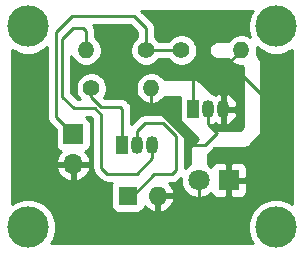
<source format=gbr>
%TF.GenerationSoftware,KiCad,Pcbnew,(5.1.12)-1*%
%TF.CreationDate,2023-08-17T10:50:11+05:30*%
%TF.ProjectId,low battery inductor,6c6f7720-6261-4747-9465-727920696e64,rev?*%
%TF.SameCoordinates,Original*%
%TF.FileFunction,Copper,L2,Bot*%
%TF.FilePolarity,Positive*%
%FSLAX46Y46*%
G04 Gerber Fmt 4.6, Leading zero omitted, Abs format (unit mm)*
G04 Created by KiCad (PCBNEW (5.1.12)-1) date 2023-08-17 10:50:11*
%MOMM*%
%LPD*%
G01*
G04 APERTURE LIST*
%TA.AperFunction,ComponentPad*%
%ADD10O,1.700000X1.700000*%
%TD*%
%TA.AperFunction,ComponentPad*%
%ADD11R,1.700000X1.700000*%
%TD*%
%TA.AperFunction,ComponentPad*%
%ADD12O,1.400000X1.400000*%
%TD*%
%TA.AperFunction,ComponentPad*%
%ADD13C,1.400000*%
%TD*%
%TA.AperFunction,ComponentPad*%
%ADD14R,1.050000X1.500000*%
%TD*%
%TA.AperFunction,ComponentPad*%
%ADD15O,1.050000X1.500000*%
%TD*%
%TA.AperFunction,ComponentPad*%
%ADD16C,1.800000*%
%TD*%
%TA.AperFunction,ComponentPad*%
%ADD17R,1.800000X1.800000*%
%TD*%
%TA.AperFunction,ComponentPad*%
%ADD18O,1.600000X1.600000*%
%TD*%
%TA.AperFunction,ComponentPad*%
%ADD19R,1.600000X1.600000*%
%TD*%
%TA.AperFunction,ViaPad*%
%ADD20C,3.500000*%
%TD*%
%TA.AperFunction,Conductor*%
%ADD21C,0.250000*%
%TD*%
%TA.AperFunction,Conductor*%
%ADD22C,0.254000*%
%TD*%
%TA.AperFunction,Conductor*%
%ADD23C,0.100000*%
%TD*%
G04 APERTURE END LIST*
D10*
%TO.P,v1-12v1,2*%
%TO.N,Earth*%
X144825001Y-81665001D03*
D11*
%TO.P,v1-12v1,1*%
%TO.N,Net-(R1-Pad1)*%
X144825001Y-79125001D03*
%TD*%
D12*
%TO.P,R3,2*%
%TO.N,Net-(D2-Pad2)*%
X159080000Y-72000000D03*
D13*
%TO.P,R3,1*%
%TO.N,Net-(R1-Pad1)*%
X154000000Y-72000000D03*
%TD*%
D12*
%TO.P,R2,2*%
%TO.N,Net-(Q2-Pad2)*%
X151450000Y-75225001D03*
D13*
%TO.P,R2,1*%
%TO.N,Net-(Q1-Pad1)*%
X146370000Y-75225001D03*
%TD*%
D12*
%TO.P,R1,2*%
%TO.N,Net-(Q1-Pad3)*%
X145920000Y-72000000D03*
D13*
%TO.P,R1,1*%
%TO.N,Net-(R1-Pad1)*%
X151000000Y-72000000D03*
%TD*%
D14*
%TO.P,Q2,1*%
%TO.N,Net-(D2-Pad2)*%
X155000000Y-77000000D03*
D15*
%TO.P,Q2,3*%
%TO.N,Earth*%
X157540000Y-77000000D03*
%TO.P,Q2,2*%
%TO.N,Net-(Q2-Pad2)*%
X156270000Y-77000000D03*
%TD*%
D14*
%TO.P,Q1,1*%
%TO.N,Net-(Q1-Pad1)*%
X149000000Y-80000000D03*
D15*
%TO.P,Q1,3*%
%TO.N,Net-(Q1-Pad3)*%
X151540000Y-80000000D03*
%TO.P,Q1,2*%
%TO.N,Net-(D1-Pad1)*%
X150270000Y-80000000D03*
%TD*%
D16*
%TO.P,D2,2*%
%TO.N,Net-(D2-Pad2)*%
X155460000Y-83000000D03*
D17*
%TO.P,D2,1*%
%TO.N,Earth*%
X158000000Y-83000000D03*
%TD*%
D18*
%TO.P,D1,2*%
%TO.N,Earth*%
X152000000Y-84325000D03*
D19*
%TO.P,D1,1*%
%TO.N,Net-(D1-Pad1)*%
X149460000Y-84325000D03*
%TD*%
D20*
%TO.N,*%
X141000000Y-70000000D03*
X162000000Y-70000000D03*
X141000000Y-87000000D03*
X162000000Y-87000000D03*
%TD*%
D21*
%TO.N,Net-(D1-Pad1)*%
X149460000Y-84325000D02*
X149895000Y-84325000D01*
X149895000Y-84325000D02*
X151710000Y-82510000D01*
X151710000Y-82510000D02*
X153190000Y-82510000D01*
X153190000Y-82510000D02*
X153510000Y-82190000D01*
X153510000Y-82190000D02*
X153510000Y-79260000D01*
X153510000Y-79260000D02*
X152420000Y-78170000D01*
X152420000Y-78170000D02*
X150920000Y-78170000D01*
X150270000Y-78820000D02*
X150270000Y-80000000D01*
X150920000Y-78170000D02*
X150270000Y-78820000D01*
%TO.N,Net-(D2-Pad2)*%
X158080000Y-73000000D02*
X159080000Y-72000000D01*
X156000000Y-73000000D02*
X158080000Y-73000000D01*
X155000000Y-74000000D02*
X156000000Y-73000000D01*
X155000000Y-77000000D02*
X155000000Y-74000000D01*
X155460000Y-83000000D02*
X155460000Y-86460000D01*
X155460000Y-86460000D02*
X156000000Y-87000000D01*
X156000000Y-87000000D02*
X158000000Y-87000000D01*
X158000000Y-87000000D02*
X161000000Y-84000000D01*
X161000000Y-84000000D02*
X161000000Y-76000000D01*
X159000000Y-74000000D02*
X155000000Y-74000000D01*
X161000000Y-76000000D02*
X159000000Y-74000000D01*
%TO.N,Net-(Q1-Pad1)*%
X146370000Y-75225001D02*
X146370000Y-76010000D01*
X146370000Y-76010000D02*
X147160000Y-76800000D01*
X147160000Y-76800000D02*
X148830000Y-76800000D01*
X149000000Y-76970000D02*
X149000000Y-80000000D01*
X148830000Y-76800000D02*
X149000000Y-76970000D01*
%TO.N,Net-(Q1-Pad3)*%
X145920000Y-70390000D02*
X145920000Y-72000000D01*
X145700000Y-70170000D02*
X145920000Y-70390000D01*
X144800000Y-70170000D02*
X145700000Y-70170000D01*
X143920000Y-71050000D02*
X144800000Y-70170000D01*
X143920000Y-75930000D02*
X143920000Y-71050000D01*
X144930000Y-76940000D02*
X143920000Y-75930000D01*
X146663590Y-76940000D02*
X144930000Y-76940000D01*
X147220000Y-77496410D02*
X146663590Y-76940000D01*
X147220000Y-81970000D02*
X147220000Y-77496410D01*
X147700000Y-82450000D02*
X147220000Y-81970000D01*
X150210000Y-82450000D02*
X147700000Y-82450000D01*
X151540000Y-81120000D02*
X150210000Y-82450000D01*
X151540000Y-80000000D02*
X151540000Y-81120000D01*
%TO.N,Net-(Q2-Pad2)*%
X156270000Y-76409998D02*
X156270000Y-77000000D01*
X157000000Y-79000000D02*
X156270000Y-78270000D01*
X156000000Y-80000000D02*
X157000000Y-79000000D01*
X155000000Y-80000000D02*
X156000000Y-80000000D01*
X156270000Y-78270000D02*
X156270000Y-77000000D01*
X151450000Y-76450000D02*
X155000000Y-80000000D01*
X151450000Y-75225001D02*
X151450000Y-76450000D01*
%TO.N,Net-(R1-Pad1)*%
X151000000Y-72000000D02*
X151000000Y-70140000D01*
X151000000Y-70140000D02*
X149980000Y-69120000D01*
X149980000Y-69120000D02*
X144740000Y-69120000D01*
X144740000Y-69120000D02*
X143370000Y-70490000D01*
X143370000Y-77670000D02*
X144825001Y-79125001D01*
X143370000Y-70490000D02*
X143370000Y-77670000D01*
X151000000Y-72000000D02*
X154000000Y-72000000D01*
%TD*%
D22*
%TO.N,Earth*%
X142610001Y-77632668D02*
X142606324Y-77670000D01*
X142610001Y-77707333D01*
X142615551Y-77763677D01*
X142620998Y-77818985D01*
X142664454Y-77962246D01*
X142735026Y-78094276D01*
X142781184Y-78150519D01*
X142830000Y-78210001D01*
X142858998Y-78233799D01*
X143336929Y-78711730D01*
X143336929Y-79975001D01*
X143349189Y-80099483D01*
X143385499Y-80219181D01*
X143444464Y-80329495D01*
X143523816Y-80426186D01*
X143620507Y-80505538D01*
X143730821Y-80564503D01*
X143811467Y-80588967D01*
X143727413Y-80664732D01*
X143553360Y-80898081D01*
X143428176Y-81160902D01*
X143383525Y-81308111D01*
X143504846Y-81538001D01*
X144698001Y-81538001D01*
X144698001Y-81518001D01*
X144952001Y-81518001D01*
X144952001Y-81538001D01*
X146145156Y-81538001D01*
X146266477Y-81308111D01*
X146221826Y-81160902D01*
X146096642Y-80898081D01*
X145922589Y-80664732D01*
X145838535Y-80588967D01*
X145919181Y-80564503D01*
X146029495Y-80505538D01*
X146126186Y-80426186D01*
X146205538Y-80329495D01*
X146264503Y-80219181D01*
X146300813Y-80099483D01*
X146313073Y-79975001D01*
X146313073Y-78275001D01*
X146300813Y-78150519D01*
X146264503Y-78030821D01*
X146205538Y-77920507D01*
X146126186Y-77823816D01*
X146029495Y-77744464D01*
X145946310Y-77700000D01*
X146348789Y-77700000D01*
X146460001Y-77811213D01*
X146460000Y-81932677D01*
X146456324Y-81970000D01*
X146460000Y-82007322D01*
X146460000Y-82007332D01*
X146470997Y-82118985D01*
X146514454Y-82262246D01*
X146585026Y-82394276D01*
X146615921Y-82431921D01*
X146679999Y-82510001D01*
X146709003Y-82533804D01*
X147136196Y-82960997D01*
X147159999Y-82990001D01*
X147262107Y-83073799D01*
X147275724Y-83084974D01*
X147407753Y-83155546D01*
X147551014Y-83199003D01*
X147700000Y-83213677D01*
X147737333Y-83210000D01*
X148108353Y-83210000D01*
X148070498Y-83280820D01*
X148034188Y-83400518D01*
X148021928Y-83525000D01*
X148021928Y-85125000D01*
X148034188Y-85249482D01*
X148070498Y-85369180D01*
X148129463Y-85479494D01*
X148208815Y-85576185D01*
X148305506Y-85655537D01*
X148415820Y-85714502D01*
X148535518Y-85750812D01*
X148660000Y-85763072D01*
X150260000Y-85763072D01*
X150384482Y-85750812D01*
X150504180Y-85714502D01*
X150614494Y-85655537D01*
X150711185Y-85576185D01*
X150790537Y-85479494D01*
X150849502Y-85369180D01*
X150885812Y-85249482D01*
X150888370Y-85223509D01*
X150936481Y-85288414D01*
X151144869Y-85477385D01*
X151386119Y-85622070D01*
X151650960Y-85716909D01*
X151873000Y-85595624D01*
X151873000Y-84452000D01*
X152127000Y-84452000D01*
X152127000Y-85595624D01*
X152349040Y-85716909D01*
X152613881Y-85622070D01*
X152855131Y-85477385D01*
X153063519Y-85288414D01*
X153231037Y-85062420D01*
X153351246Y-84808087D01*
X153391904Y-84674039D01*
X153269915Y-84452000D01*
X152127000Y-84452000D01*
X151873000Y-84452000D01*
X151853000Y-84452000D01*
X151853000Y-84198000D01*
X151873000Y-84198000D01*
X151873000Y-84178000D01*
X152127000Y-84178000D01*
X152127000Y-84198000D01*
X153269915Y-84198000D01*
X153391904Y-83975961D01*
X153351246Y-83841913D01*
X153231037Y-83587580D01*
X153063519Y-83361586D01*
X152962522Y-83270000D01*
X153152678Y-83270000D01*
X153190000Y-83273676D01*
X153227322Y-83270000D01*
X153227333Y-83270000D01*
X153338986Y-83259003D01*
X153482247Y-83215546D01*
X153614276Y-83144974D01*
X153730001Y-83050001D01*
X153753804Y-83020997D01*
X153925000Y-82849801D01*
X153925000Y-83151184D01*
X153983989Y-83447743D01*
X154099701Y-83727095D01*
X154267688Y-83978505D01*
X154481495Y-84192312D01*
X154732905Y-84360299D01*
X155012257Y-84476011D01*
X155308816Y-84535000D01*
X155611184Y-84535000D01*
X155907743Y-84476011D01*
X156187095Y-84360299D01*
X156438505Y-84192312D01*
X156504944Y-84125873D01*
X156510498Y-84144180D01*
X156569463Y-84254494D01*
X156648815Y-84351185D01*
X156745506Y-84430537D01*
X156855820Y-84489502D01*
X156975518Y-84525812D01*
X157100000Y-84538072D01*
X157714250Y-84535000D01*
X157873000Y-84376250D01*
X157873000Y-83127000D01*
X158127000Y-83127000D01*
X158127000Y-84376250D01*
X158285750Y-84535000D01*
X158900000Y-84538072D01*
X159024482Y-84525812D01*
X159144180Y-84489502D01*
X159254494Y-84430537D01*
X159351185Y-84351185D01*
X159430537Y-84254494D01*
X159489502Y-84144180D01*
X159525812Y-84024482D01*
X159538072Y-83900000D01*
X159535000Y-83285750D01*
X159376250Y-83127000D01*
X158127000Y-83127000D01*
X157873000Y-83127000D01*
X157853000Y-83127000D01*
X157853000Y-82873000D01*
X157873000Y-82873000D01*
X157873000Y-81623750D01*
X158127000Y-81623750D01*
X158127000Y-82873000D01*
X159376250Y-82873000D01*
X159535000Y-82714250D01*
X159538072Y-82100000D01*
X159525812Y-81975518D01*
X159489502Y-81855820D01*
X159430537Y-81745506D01*
X159351185Y-81648815D01*
X159254494Y-81569463D01*
X159144180Y-81510498D01*
X159024482Y-81474188D01*
X158900000Y-81461928D01*
X158285750Y-81465000D01*
X158127000Y-81623750D01*
X157873000Y-81623750D01*
X157714250Y-81465000D01*
X157100000Y-81461928D01*
X156975518Y-81474188D01*
X156855820Y-81510498D01*
X156745506Y-81569463D01*
X156648815Y-81648815D01*
X156569463Y-81745506D01*
X156510498Y-81855820D01*
X156504944Y-81874127D01*
X156438505Y-81807688D01*
X156220000Y-81661687D01*
X156220000Y-80864801D01*
X156784802Y-80300000D01*
X159202678Y-80300000D01*
X159240000Y-80303676D01*
X159277322Y-80300000D01*
X159277333Y-80300000D01*
X159388986Y-80289003D01*
X159532247Y-80245546D01*
X159664276Y-80174974D01*
X159780001Y-80080001D01*
X159803803Y-80050998D01*
X160481004Y-79373798D01*
X160510001Y-79350001D01*
X160583863Y-79260000D01*
X160604974Y-79234277D01*
X160675546Y-79102247D01*
X160697765Y-79028998D01*
X160719003Y-78958986D01*
X160730000Y-78847333D01*
X160730000Y-78847323D01*
X160733676Y-78810000D01*
X160730000Y-78772677D01*
X160730000Y-73127325D01*
X160733676Y-73090000D01*
X160730000Y-73052675D01*
X160730000Y-73052667D01*
X160719003Y-72941014D01*
X160675546Y-72797753D01*
X160604974Y-72665724D01*
X160510001Y-72549999D01*
X160481003Y-72526201D01*
X160357988Y-72403186D01*
X160363696Y-72389405D01*
X160415000Y-72131486D01*
X160415000Y-71868514D01*
X160394983Y-71767882D01*
X160479651Y-71852550D01*
X160870279Y-72113560D01*
X161304321Y-72293346D01*
X161765098Y-72385000D01*
X162234902Y-72385000D01*
X162695679Y-72293346D01*
X163129721Y-72113560D01*
X163340000Y-71973056D01*
X163340001Y-85026945D01*
X163129721Y-84886440D01*
X162695679Y-84706654D01*
X162234902Y-84615000D01*
X161765098Y-84615000D01*
X161304321Y-84706654D01*
X160870279Y-84886440D01*
X160479651Y-85147450D01*
X160147450Y-85479651D01*
X159886440Y-85870279D01*
X159706654Y-86304321D01*
X159615000Y-86765098D01*
X159615000Y-87234902D01*
X159706654Y-87695679D01*
X159886440Y-88129721D01*
X160026944Y-88340000D01*
X142973056Y-88340000D01*
X143113560Y-88129721D01*
X143293346Y-87695679D01*
X143385000Y-87234902D01*
X143385000Y-86765098D01*
X143293346Y-86304321D01*
X143113560Y-85870279D01*
X142852550Y-85479651D01*
X142520349Y-85147450D01*
X142129721Y-84886440D01*
X141695679Y-84706654D01*
X141234902Y-84615000D01*
X140765098Y-84615000D01*
X140304321Y-84706654D01*
X139870279Y-84886440D01*
X139660000Y-85026944D01*
X139660000Y-82021891D01*
X143383525Y-82021891D01*
X143428176Y-82169100D01*
X143553360Y-82431921D01*
X143727413Y-82665270D01*
X143943646Y-82860179D01*
X144193749Y-83009158D01*
X144468110Y-83106482D01*
X144698001Y-82985815D01*
X144698001Y-81792001D01*
X144952001Y-81792001D01*
X144952001Y-82985815D01*
X145181892Y-83106482D01*
X145456253Y-83009158D01*
X145706356Y-82860179D01*
X145922589Y-82665270D01*
X146096642Y-82431921D01*
X146221826Y-82169100D01*
X146266477Y-82021891D01*
X146145156Y-81792001D01*
X144952001Y-81792001D01*
X144698001Y-81792001D01*
X143504846Y-81792001D01*
X143383525Y-82021891D01*
X139660000Y-82021891D01*
X139660000Y-71973056D01*
X139870279Y-72113560D01*
X140304321Y-72293346D01*
X140765098Y-72385000D01*
X141234902Y-72385000D01*
X141695679Y-72293346D01*
X142129721Y-72113560D01*
X142520349Y-71852550D01*
X142610000Y-71762899D01*
X142610001Y-77632668D01*
%TA.AperFunction,Conductor*%
D23*
G36*
X142610001Y-77632668D02*
G01*
X142606324Y-77670000D01*
X142610001Y-77707333D01*
X142615551Y-77763677D01*
X142620998Y-77818985D01*
X142664454Y-77962246D01*
X142735026Y-78094276D01*
X142781184Y-78150519D01*
X142830000Y-78210001D01*
X142858998Y-78233799D01*
X143336929Y-78711730D01*
X143336929Y-79975001D01*
X143349189Y-80099483D01*
X143385499Y-80219181D01*
X143444464Y-80329495D01*
X143523816Y-80426186D01*
X143620507Y-80505538D01*
X143730821Y-80564503D01*
X143811467Y-80588967D01*
X143727413Y-80664732D01*
X143553360Y-80898081D01*
X143428176Y-81160902D01*
X143383525Y-81308111D01*
X143504846Y-81538001D01*
X144698001Y-81538001D01*
X144698001Y-81518001D01*
X144952001Y-81518001D01*
X144952001Y-81538001D01*
X146145156Y-81538001D01*
X146266477Y-81308111D01*
X146221826Y-81160902D01*
X146096642Y-80898081D01*
X145922589Y-80664732D01*
X145838535Y-80588967D01*
X145919181Y-80564503D01*
X146029495Y-80505538D01*
X146126186Y-80426186D01*
X146205538Y-80329495D01*
X146264503Y-80219181D01*
X146300813Y-80099483D01*
X146313073Y-79975001D01*
X146313073Y-78275001D01*
X146300813Y-78150519D01*
X146264503Y-78030821D01*
X146205538Y-77920507D01*
X146126186Y-77823816D01*
X146029495Y-77744464D01*
X145946310Y-77700000D01*
X146348789Y-77700000D01*
X146460001Y-77811213D01*
X146460000Y-81932677D01*
X146456324Y-81970000D01*
X146460000Y-82007322D01*
X146460000Y-82007332D01*
X146470997Y-82118985D01*
X146514454Y-82262246D01*
X146585026Y-82394276D01*
X146615921Y-82431921D01*
X146679999Y-82510001D01*
X146709003Y-82533804D01*
X147136196Y-82960997D01*
X147159999Y-82990001D01*
X147262107Y-83073799D01*
X147275724Y-83084974D01*
X147407753Y-83155546D01*
X147551014Y-83199003D01*
X147700000Y-83213677D01*
X147737333Y-83210000D01*
X148108353Y-83210000D01*
X148070498Y-83280820D01*
X148034188Y-83400518D01*
X148021928Y-83525000D01*
X148021928Y-85125000D01*
X148034188Y-85249482D01*
X148070498Y-85369180D01*
X148129463Y-85479494D01*
X148208815Y-85576185D01*
X148305506Y-85655537D01*
X148415820Y-85714502D01*
X148535518Y-85750812D01*
X148660000Y-85763072D01*
X150260000Y-85763072D01*
X150384482Y-85750812D01*
X150504180Y-85714502D01*
X150614494Y-85655537D01*
X150711185Y-85576185D01*
X150790537Y-85479494D01*
X150849502Y-85369180D01*
X150885812Y-85249482D01*
X150888370Y-85223509D01*
X150936481Y-85288414D01*
X151144869Y-85477385D01*
X151386119Y-85622070D01*
X151650960Y-85716909D01*
X151873000Y-85595624D01*
X151873000Y-84452000D01*
X152127000Y-84452000D01*
X152127000Y-85595624D01*
X152349040Y-85716909D01*
X152613881Y-85622070D01*
X152855131Y-85477385D01*
X153063519Y-85288414D01*
X153231037Y-85062420D01*
X153351246Y-84808087D01*
X153391904Y-84674039D01*
X153269915Y-84452000D01*
X152127000Y-84452000D01*
X151873000Y-84452000D01*
X151853000Y-84452000D01*
X151853000Y-84198000D01*
X151873000Y-84198000D01*
X151873000Y-84178000D01*
X152127000Y-84178000D01*
X152127000Y-84198000D01*
X153269915Y-84198000D01*
X153391904Y-83975961D01*
X153351246Y-83841913D01*
X153231037Y-83587580D01*
X153063519Y-83361586D01*
X152962522Y-83270000D01*
X153152678Y-83270000D01*
X153190000Y-83273676D01*
X153227322Y-83270000D01*
X153227333Y-83270000D01*
X153338986Y-83259003D01*
X153482247Y-83215546D01*
X153614276Y-83144974D01*
X153730001Y-83050001D01*
X153753804Y-83020997D01*
X153925000Y-82849801D01*
X153925000Y-83151184D01*
X153983989Y-83447743D01*
X154099701Y-83727095D01*
X154267688Y-83978505D01*
X154481495Y-84192312D01*
X154732905Y-84360299D01*
X155012257Y-84476011D01*
X155308816Y-84535000D01*
X155611184Y-84535000D01*
X155907743Y-84476011D01*
X156187095Y-84360299D01*
X156438505Y-84192312D01*
X156504944Y-84125873D01*
X156510498Y-84144180D01*
X156569463Y-84254494D01*
X156648815Y-84351185D01*
X156745506Y-84430537D01*
X156855820Y-84489502D01*
X156975518Y-84525812D01*
X157100000Y-84538072D01*
X157714250Y-84535000D01*
X157873000Y-84376250D01*
X157873000Y-83127000D01*
X158127000Y-83127000D01*
X158127000Y-84376250D01*
X158285750Y-84535000D01*
X158900000Y-84538072D01*
X159024482Y-84525812D01*
X159144180Y-84489502D01*
X159254494Y-84430537D01*
X159351185Y-84351185D01*
X159430537Y-84254494D01*
X159489502Y-84144180D01*
X159525812Y-84024482D01*
X159538072Y-83900000D01*
X159535000Y-83285750D01*
X159376250Y-83127000D01*
X158127000Y-83127000D01*
X157873000Y-83127000D01*
X157853000Y-83127000D01*
X157853000Y-82873000D01*
X157873000Y-82873000D01*
X157873000Y-81623750D01*
X158127000Y-81623750D01*
X158127000Y-82873000D01*
X159376250Y-82873000D01*
X159535000Y-82714250D01*
X159538072Y-82100000D01*
X159525812Y-81975518D01*
X159489502Y-81855820D01*
X159430537Y-81745506D01*
X159351185Y-81648815D01*
X159254494Y-81569463D01*
X159144180Y-81510498D01*
X159024482Y-81474188D01*
X158900000Y-81461928D01*
X158285750Y-81465000D01*
X158127000Y-81623750D01*
X157873000Y-81623750D01*
X157714250Y-81465000D01*
X157100000Y-81461928D01*
X156975518Y-81474188D01*
X156855820Y-81510498D01*
X156745506Y-81569463D01*
X156648815Y-81648815D01*
X156569463Y-81745506D01*
X156510498Y-81855820D01*
X156504944Y-81874127D01*
X156438505Y-81807688D01*
X156220000Y-81661687D01*
X156220000Y-80864801D01*
X156784802Y-80300000D01*
X159202678Y-80300000D01*
X159240000Y-80303676D01*
X159277322Y-80300000D01*
X159277333Y-80300000D01*
X159388986Y-80289003D01*
X159532247Y-80245546D01*
X159664276Y-80174974D01*
X159780001Y-80080001D01*
X159803803Y-80050998D01*
X160481004Y-79373798D01*
X160510001Y-79350001D01*
X160583863Y-79260000D01*
X160604974Y-79234277D01*
X160675546Y-79102247D01*
X160697765Y-79028998D01*
X160719003Y-78958986D01*
X160730000Y-78847333D01*
X160730000Y-78847323D01*
X160733676Y-78810000D01*
X160730000Y-78772677D01*
X160730000Y-73127325D01*
X160733676Y-73090000D01*
X160730000Y-73052675D01*
X160730000Y-73052667D01*
X160719003Y-72941014D01*
X160675546Y-72797753D01*
X160604974Y-72665724D01*
X160510001Y-72549999D01*
X160481003Y-72526201D01*
X160357988Y-72403186D01*
X160363696Y-72389405D01*
X160415000Y-72131486D01*
X160415000Y-71868514D01*
X160394983Y-71767882D01*
X160479651Y-71852550D01*
X160870279Y-72113560D01*
X161304321Y-72293346D01*
X161765098Y-72385000D01*
X162234902Y-72385000D01*
X162695679Y-72293346D01*
X163129721Y-72113560D01*
X163340000Y-71973056D01*
X163340001Y-85026945D01*
X163129721Y-84886440D01*
X162695679Y-84706654D01*
X162234902Y-84615000D01*
X161765098Y-84615000D01*
X161304321Y-84706654D01*
X160870279Y-84886440D01*
X160479651Y-85147450D01*
X160147450Y-85479651D01*
X159886440Y-85870279D01*
X159706654Y-86304321D01*
X159615000Y-86765098D01*
X159615000Y-87234902D01*
X159706654Y-87695679D01*
X159886440Y-88129721D01*
X160026944Y-88340000D01*
X142973056Y-88340000D01*
X143113560Y-88129721D01*
X143293346Y-87695679D01*
X143385000Y-87234902D01*
X143385000Y-86765098D01*
X143293346Y-86304321D01*
X143113560Y-85870279D01*
X142852550Y-85479651D01*
X142520349Y-85147450D01*
X142129721Y-84886440D01*
X141695679Y-84706654D01*
X141234902Y-84615000D01*
X140765098Y-84615000D01*
X140304321Y-84706654D01*
X139870279Y-84886440D01*
X139660000Y-85026944D01*
X139660000Y-82021891D01*
X143383525Y-82021891D01*
X143428176Y-82169100D01*
X143553360Y-82431921D01*
X143727413Y-82665270D01*
X143943646Y-82860179D01*
X144193749Y-83009158D01*
X144468110Y-83106482D01*
X144698001Y-82985815D01*
X144698001Y-81792001D01*
X144952001Y-81792001D01*
X144952001Y-82985815D01*
X145181892Y-83106482D01*
X145456253Y-83009158D01*
X145706356Y-82860179D01*
X145922589Y-82665270D01*
X146096642Y-82431921D01*
X146221826Y-82169100D01*
X146266477Y-82021891D01*
X146145156Y-81792001D01*
X144952001Y-81792001D01*
X144698001Y-81792001D01*
X143504846Y-81792001D01*
X143383525Y-82021891D01*
X139660000Y-82021891D01*
X139660000Y-71973056D01*
X139870279Y-72113560D01*
X140304321Y-72293346D01*
X140765098Y-72385000D01*
X141234902Y-72385000D01*
X141695679Y-72293346D01*
X142129721Y-72113560D01*
X142520349Y-71852550D01*
X142610000Y-71762899D01*
X142610001Y-77632668D01*
G37*
%TD.AperFunction*%
D22*
X159886440Y-68870279D02*
X159706654Y-69304321D01*
X159615000Y-69765098D01*
X159615000Y-70234902D01*
X159706654Y-70695679D01*
X159773919Y-70858072D01*
X159712359Y-70816939D01*
X159469405Y-70716304D01*
X159211486Y-70665000D01*
X158948514Y-70665000D01*
X158690595Y-70716304D01*
X158447641Y-70816939D01*
X158228987Y-70963038D01*
X158043038Y-71148987D01*
X157982225Y-71240000D01*
X157042667Y-71240000D01*
X156931014Y-71250997D01*
X156787753Y-71294454D01*
X156655724Y-71365026D01*
X156539999Y-71459999D01*
X156445026Y-71575724D01*
X156374454Y-71707753D01*
X156330997Y-71851014D01*
X156316323Y-72000000D01*
X156330997Y-72148986D01*
X156374454Y-72292247D01*
X156445026Y-72424276D01*
X156539999Y-72540001D01*
X156655724Y-72634974D01*
X156787753Y-72705546D01*
X156931014Y-72749003D01*
X157042667Y-72760000D01*
X157982225Y-72760000D01*
X158043038Y-72851013D01*
X158228987Y-73036962D01*
X158447641Y-73183061D01*
X158690595Y-73283696D01*
X158948514Y-73335000D01*
X159140198Y-73335000D01*
X159210001Y-73404803D01*
X159210000Y-78495198D01*
X158925199Y-78780000D01*
X156784802Y-78780000D01*
X156384169Y-78379367D01*
X156497400Y-78368215D01*
X156716060Y-78301885D01*
X156904669Y-78201071D01*
X156963118Y-78242275D01*
X157172663Y-78335272D01*
X157234190Y-78343964D01*
X157413000Y-78218163D01*
X157413000Y-77453108D01*
X157413215Y-77452399D01*
X157430000Y-77281978D01*
X157430000Y-77127000D01*
X157667000Y-77127000D01*
X157667000Y-78218163D01*
X157845810Y-78343964D01*
X157907337Y-78335272D01*
X158116882Y-78242275D01*
X158304258Y-78110184D01*
X158462264Y-77944076D01*
X158584828Y-77750334D01*
X158667239Y-77536404D01*
X158706331Y-77310507D01*
X158546598Y-77127000D01*
X157667000Y-77127000D01*
X157430000Y-77127000D01*
X157430000Y-76718021D01*
X157413215Y-76547600D01*
X157413000Y-76546891D01*
X157413000Y-75781837D01*
X157667000Y-75781837D01*
X157667000Y-76873000D01*
X158546598Y-76873000D01*
X158706331Y-76689493D01*
X158667239Y-76463596D01*
X158584828Y-76249666D01*
X158462264Y-76055924D01*
X158304258Y-75889816D01*
X158116882Y-75757725D01*
X157907337Y-75664728D01*
X157845810Y-75656036D01*
X157667000Y-75781837D01*
X157413000Y-75781837D01*
X157234190Y-75656036D01*
X157172663Y-75664728D01*
X156963118Y-75757725D01*
X156904669Y-75798929D01*
X156716059Y-75698115D01*
X156596717Y-75661913D01*
X155648807Y-74714004D01*
X155625004Y-74685000D01*
X155509279Y-74590027D01*
X155377250Y-74519455D01*
X155233989Y-74475998D01*
X155122336Y-74465001D01*
X155122325Y-74465001D01*
X155085003Y-74461325D01*
X155047681Y-74465001D01*
X152547775Y-74465001D01*
X152486962Y-74373988D01*
X152301013Y-74188039D01*
X152082359Y-74041940D01*
X151839405Y-73941305D01*
X151581486Y-73890001D01*
X151318514Y-73890001D01*
X151060595Y-73941305D01*
X150817641Y-74041940D01*
X150598987Y-74188039D01*
X150413038Y-74373988D01*
X150266939Y-74592642D01*
X150166304Y-74835596D01*
X150115000Y-75093515D01*
X150115000Y-75356487D01*
X150166304Y-75614406D01*
X150266939Y-75857360D01*
X150413038Y-76076014D01*
X150598987Y-76261963D01*
X150817641Y-76408062D01*
X151060595Y-76508697D01*
X151318514Y-76560001D01*
X151581486Y-76560001D01*
X151839405Y-76508697D01*
X152082359Y-76408062D01*
X152301013Y-76261963D01*
X152486962Y-76076014D01*
X152547775Y-75985001D01*
X153896626Y-75985001D01*
X153885498Y-76005820D01*
X153849188Y-76125518D01*
X153836928Y-76250000D01*
X153836928Y-77750000D01*
X153849188Y-77874482D01*
X153885498Y-77994180D01*
X153944463Y-78104494D01*
X154023815Y-78201185D01*
X154120506Y-78280537D01*
X154230820Y-78339502D01*
X154293305Y-78358456D01*
X154294454Y-78362246D01*
X154365026Y-78494276D01*
X154436201Y-78581002D01*
X154460000Y-78610001D01*
X154488998Y-78633799D01*
X155395198Y-79540000D01*
X154948998Y-79986201D01*
X154920000Y-80009999D01*
X154896202Y-80038997D01*
X154896201Y-80038998D01*
X154825026Y-80125724D01*
X154754454Y-80257754D01*
X154710998Y-80401015D01*
X154696324Y-80550000D01*
X154700001Y-80587332D01*
X154700001Y-81661687D01*
X154481495Y-81807688D01*
X154270000Y-82019183D01*
X154270000Y-79297325D01*
X154273676Y-79260000D01*
X154270000Y-79222675D01*
X154270000Y-79222667D01*
X154259003Y-79111014D01*
X154215546Y-78967753D01*
X154144974Y-78835724D01*
X154050001Y-78719999D01*
X154021003Y-78696201D01*
X152983804Y-77659002D01*
X152960001Y-77629999D01*
X152844276Y-77535026D01*
X152712247Y-77464454D01*
X152568986Y-77420997D01*
X152457333Y-77410000D01*
X152457322Y-77410000D01*
X152420000Y-77406324D01*
X152382678Y-77410000D01*
X150957323Y-77410000D01*
X150920000Y-77406324D01*
X150882677Y-77410000D01*
X150882667Y-77410000D01*
X150771014Y-77420997D01*
X150627753Y-77464454D01*
X150495724Y-77535026D01*
X150379999Y-77629999D01*
X150356200Y-77658998D01*
X149760000Y-78255199D01*
X149760000Y-77007322D01*
X149763676Y-76969999D01*
X149760000Y-76932676D01*
X149760000Y-76932667D01*
X149749003Y-76821014D01*
X149705546Y-76677753D01*
X149634974Y-76545724D01*
X149540001Y-76429999D01*
X149510998Y-76406197D01*
X149393804Y-76289003D01*
X149370001Y-76259999D01*
X149254276Y-76165026D01*
X149122247Y-76094454D01*
X148978986Y-76050997D01*
X148867333Y-76040000D01*
X148867322Y-76040000D01*
X148830000Y-76036324D01*
X148792678Y-76040000D01*
X147474802Y-76040000D01*
X147448560Y-76013758D01*
X147553061Y-75857360D01*
X147653696Y-75614406D01*
X147705000Y-75356487D01*
X147705000Y-75093515D01*
X147653696Y-74835596D01*
X147553061Y-74592642D01*
X147406962Y-74373988D01*
X147221013Y-74188039D01*
X147002359Y-74041940D01*
X146759405Y-73941305D01*
X146501486Y-73890001D01*
X146238514Y-73890001D01*
X145980595Y-73941305D01*
X145737641Y-74041940D01*
X145518987Y-74188039D01*
X145333038Y-74373988D01*
X145186939Y-74592642D01*
X145086304Y-74835596D01*
X145035000Y-75093515D01*
X145035000Y-75356487D01*
X145086304Y-75614406D01*
X145186939Y-75857360D01*
X145333038Y-76076014D01*
X145437024Y-76180000D01*
X145244802Y-76180000D01*
X144680000Y-75615199D01*
X144680000Y-72494896D01*
X144736939Y-72632359D01*
X144883038Y-72851013D01*
X145068987Y-73036962D01*
X145287641Y-73183061D01*
X145530595Y-73283696D01*
X145788514Y-73335000D01*
X146051486Y-73335000D01*
X146309405Y-73283696D01*
X146552359Y-73183061D01*
X146771013Y-73036962D01*
X146956962Y-72851013D01*
X147103061Y-72632359D01*
X147203696Y-72389405D01*
X147255000Y-72131486D01*
X147255000Y-71868514D01*
X147203696Y-71610595D01*
X147103061Y-71367641D01*
X146956962Y-71148987D01*
X146771013Y-70963038D01*
X146680000Y-70902225D01*
X146680000Y-70427322D01*
X146683676Y-70390000D01*
X146680000Y-70352677D01*
X146680000Y-70352667D01*
X146669003Y-70241014D01*
X146625546Y-70097753D01*
X146554974Y-69965724D01*
X146484622Y-69880000D01*
X149665199Y-69880000D01*
X150240001Y-70454803D01*
X150240001Y-70902225D01*
X150148987Y-70963038D01*
X149963038Y-71148987D01*
X149816939Y-71367641D01*
X149716304Y-71610595D01*
X149665000Y-71868514D01*
X149665000Y-72131486D01*
X149716304Y-72389405D01*
X149816939Y-72632359D01*
X149963038Y-72851013D01*
X150148987Y-73036962D01*
X150367641Y-73183061D01*
X150610595Y-73283696D01*
X150868514Y-73335000D01*
X151131486Y-73335000D01*
X151389405Y-73283696D01*
X151632359Y-73183061D01*
X151851013Y-73036962D01*
X152036962Y-72851013D01*
X152097775Y-72760000D01*
X152902225Y-72760000D01*
X152963038Y-72851013D01*
X153148987Y-73036962D01*
X153367641Y-73183061D01*
X153610595Y-73283696D01*
X153868514Y-73335000D01*
X154131486Y-73335000D01*
X154389405Y-73283696D01*
X154632359Y-73183061D01*
X154851013Y-73036962D01*
X155036962Y-72851013D01*
X155183061Y-72632359D01*
X155283696Y-72389405D01*
X155335000Y-72131486D01*
X155335000Y-71868514D01*
X155283696Y-71610595D01*
X155183061Y-71367641D01*
X155036962Y-71148987D01*
X154851013Y-70963038D01*
X154632359Y-70816939D01*
X154389405Y-70716304D01*
X154131486Y-70665000D01*
X153868514Y-70665000D01*
X153610595Y-70716304D01*
X153367641Y-70816939D01*
X153148987Y-70963038D01*
X152963038Y-71148987D01*
X152902225Y-71240000D01*
X152097775Y-71240000D01*
X152036962Y-71148987D01*
X151851013Y-70963038D01*
X151760000Y-70902225D01*
X151760000Y-70177323D01*
X151763676Y-70140000D01*
X151760000Y-70102677D01*
X151760000Y-70102667D01*
X151749003Y-69991014D01*
X151705546Y-69847753D01*
X151634974Y-69715724D01*
X151540001Y-69599999D01*
X151511003Y-69576201D01*
X150594801Y-68660000D01*
X160026944Y-68660000D01*
X159886440Y-68870279D01*
%TA.AperFunction,Conductor*%
D23*
G36*
X159886440Y-68870279D02*
G01*
X159706654Y-69304321D01*
X159615000Y-69765098D01*
X159615000Y-70234902D01*
X159706654Y-70695679D01*
X159773919Y-70858072D01*
X159712359Y-70816939D01*
X159469405Y-70716304D01*
X159211486Y-70665000D01*
X158948514Y-70665000D01*
X158690595Y-70716304D01*
X158447641Y-70816939D01*
X158228987Y-70963038D01*
X158043038Y-71148987D01*
X157982225Y-71240000D01*
X157042667Y-71240000D01*
X156931014Y-71250997D01*
X156787753Y-71294454D01*
X156655724Y-71365026D01*
X156539999Y-71459999D01*
X156445026Y-71575724D01*
X156374454Y-71707753D01*
X156330997Y-71851014D01*
X156316323Y-72000000D01*
X156330997Y-72148986D01*
X156374454Y-72292247D01*
X156445026Y-72424276D01*
X156539999Y-72540001D01*
X156655724Y-72634974D01*
X156787753Y-72705546D01*
X156931014Y-72749003D01*
X157042667Y-72760000D01*
X157982225Y-72760000D01*
X158043038Y-72851013D01*
X158228987Y-73036962D01*
X158447641Y-73183061D01*
X158690595Y-73283696D01*
X158948514Y-73335000D01*
X159140198Y-73335000D01*
X159210001Y-73404803D01*
X159210000Y-78495198D01*
X158925199Y-78780000D01*
X156784802Y-78780000D01*
X156384169Y-78379367D01*
X156497400Y-78368215D01*
X156716060Y-78301885D01*
X156904669Y-78201071D01*
X156963118Y-78242275D01*
X157172663Y-78335272D01*
X157234190Y-78343964D01*
X157413000Y-78218163D01*
X157413000Y-77453108D01*
X157413215Y-77452399D01*
X157430000Y-77281978D01*
X157430000Y-77127000D01*
X157667000Y-77127000D01*
X157667000Y-78218163D01*
X157845810Y-78343964D01*
X157907337Y-78335272D01*
X158116882Y-78242275D01*
X158304258Y-78110184D01*
X158462264Y-77944076D01*
X158584828Y-77750334D01*
X158667239Y-77536404D01*
X158706331Y-77310507D01*
X158546598Y-77127000D01*
X157667000Y-77127000D01*
X157430000Y-77127000D01*
X157430000Y-76718021D01*
X157413215Y-76547600D01*
X157413000Y-76546891D01*
X157413000Y-75781837D01*
X157667000Y-75781837D01*
X157667000Y-76873000D01*
X158546598Y-76873000D01*
X158706331Y-76689493D01*
X158667239Y-76463596D01*
X158584828Y-76249666D01*
X158462264Y-76055924D01*
X158304258Y-75889816D01*
X158116882Y-75757725D01*
X157907337Y-75664728D01*
X157845810Y-75656036D01*
X157667000Y-75781837D01*
X157413000Y-75781837D01*
X157234190Y-75656036D01*
X157172663Y-75664728D01*
X156963118Y-75757725D01*
X156904669Y-75798929D01*
X156716059Y-75698115D01*
X156596717Y-75661913D01*
X155648807Y-74714004D01*
X155625004Y-74685000D01*
X155509279Y-74590027D01*
X155377250Y-74519455D01*
X155233989Y-74475998D01*
X155122336Y-74465001D01*
X155122325Y-74465001D01*
X155085003Y-74461325D01*
X155047681Y-74465001D01*
X152547775Y-74465001D01*
X152486962Y-74373988D01*
X152301013Y-74188039D01*
X152082359Y-74041940D01*
X151839405Y-73941305D01*
X151581486Y-73890001D01*
X151318514Y-73890001D01*
X151060595Y-73941305D01*
X150817641Y-74041940D01*
X150598987Y-74188039D01*
X150413038Y-74373988D01*
X150266939Y-74592642D01*
X150166304Y-74835596D01*
X150115000Y-75093515D01*
X150115000Y-75356487D01*
X150166304Y-75614406D01*
X150266939Y-75857360D01*
X150413038Y-76076014D01*
X150598987Y-76261963D01*
X150817641Y-76408062D01*
X151060595Y-76508697D01*
X151318514Y-76560001D01*
X151581486Y-76560001D01*
X151839405Y-76508697D01*
X152082359Y-76408062D01*
X152301013Y-76261963D01*
X152486962Y-76076014D01*
X152547775Y-75985001D01*
X153896626Y-75985001D01*
X153885498Y-76005820D01*
X153849188Y-76125518D01*
X153836928Y-76250000D01*
X153836928Y-77750000D01*
X153849188Y-77874482D01*
X153885498Y-77994180D01*
X153944463Y-78104494D01*
X154023815Y-78201185D01*
X154120506Y-78280537D01*
X154230820Y-78339502D01*
X154293305Y-78358456D01*
X154294454Y-78362246D01*
X154365026Y-78494276D01*
X154436201Y-78581002D01*
X154460000Y-78610001D01*
X154488998Y-78633799D01*
X155395198Y-79540000D01*
X154948998Y-79986201D01*
X154920000Y-80009999D01*
X154896202Y-80038997D01*
X154896201Y-80038998D01*
X154825026Y-80125724D01*
X154754454Y-80257754D01*
X154710998Y-80401015D01*
X154696324Y-80550000D01*
X154700001Y-80587332D01*
X154700001Y-81661687D01*
X154481495Y-81807688D01*
X154270000Y-82019183D01*
X154270000Y-79297325D01*
X154273676Y-79260000D01*
X154270000Y-79222675D01*
X154270000Y-79222667D01*
X154259003Y-79111014D01*
X154215546Y-78967753D01*
X154144974Y-78835724D01*
X154050001Y-78719999D01*
X154021003Y-78696201D01*
X152983804Y-77659002D01*
X152960001Y-77629999D01*
X152844276Y-77535026D01*
X152712247Y-77464454D01*
X152568986Y-77420997D01*
X152457333Y-77410000D01*
X152457322Y-77410000D01*
X152420000Y-77406324D01*
X152382678Y-77410000D01*
X150957323Y-77410000D01*
X150920000Y-77406324D01*
X150882677Y-77410000D01*
X150882667Y-77410000D01*
X150771014Y-77420997D01*
X150627753Y-77464454D01*
X150495724Y-77535026D01*
X150379999Y-77629999D01*
X150356200Y-77658998D01*
X149760000Y-78255199D01*
X149760000Y-77007322D01*
X149763676Y-76969999D01*
X149760000Y-76932676D01*
X149760000Y-76932667D01*
X149749003Y-76821014D01*
X149705546Y-76677753D01*
X149634974Y-76545724D01*
X149540001Y-76429999D01*
X149510998Y-76406197D01*
X149393804Y-76289003D01*
X149370001Y-76259999D01*
X149254276Y-76165026D01*
X149122247Y-76094454D01*
X148978986Y-76050997D01*
X148867333Y-76040000D01*
X148867322Y-76040000D01*
X148830000Y-76036324D01*
X148792678Y-76040000D01*
X147474802Y-76040000D01*
X147448560Y-76013758D01*
X147553061Y-75857360D01*
X147653696Y-75614406D01*
X147705000Y-75356487D01*
X147705000Y-75093515D01*
X147653696Y-74835596D01*
X147553061Y-74592642D01*
X147406962Y-74373988D01*
X147221013Y-74188039D01*
X147002359Y-74041940D01*
X146759405Y-73941305D01*
X146501486Y-73890001D01*
X146238514Y-73890001D01*
X145980595Y-73941305D01*
X145737641Y-74041940D01*
X145518987Y-74188039D01*
X145333038Y-74373988D01*
X145186939Y-74592642D01*
X145086304Y-74835596D01*
X145035000Y-75093515D01*
X145035000Y-75356487D01*
X145086304Y-75614406D01*
X145186939Y-75857360D01*
X145333038Y-76076014D01*
X145437024Y-76180000D01*
X145244802Y-76180000D01*
X144680000Y-75615199D01*
X144680000Y-72494896D01*
X144736939Y-72632359D01*
X144883038Y-72851013D01*
X145068987Y-73036962D01*
X145287641Y-73183061D01*
X145530595Y-73283696D01*
X145788514Y-73335000D01*
X146051486Y-73335000D01*
X146309405Y-73283696D01*
X146552359Y-73183061D01*
X146771013Y-73036962D01*
X146956962Y-72851013D01*
X147103061Y-72632359D01*
X147203696Y-72389405D01*
X147255000Y-72131486D01*
X147255000Y-71868514D01*
X147203696Y-71610595D01*
X147103061Y-71367641D01*
X146956962Y-71148987D01*
X146771013Y-70963038D01*
X146680000Y-70902225D01*
X146680000Y-70427322D01*
X146683676Y-70390000D01*
X146680000Y-70352677D01*
X146680000Y-70352667D01*
X146669003Y-70241014D01*
X146625546Y-70097753D01*
X146554974Y-69965724D01*
X146484622Y-69880000D01*
X149665199Y-69880000D01*
X150240001Y-70454803D01*
X150240001Y-70902225D01*
X150148987Y-70963038D01*
X149963038Y-71148987D01*
X149816939Y-71367641D01*
X149716304Y-71610595D01*
X149665000Y-71868514D01*
X149665000Y-72131486D01*
X149716304Y-72389405D01*
X149816939Y-72632359D01*
X149963038Y-72851013D01*
X150148987Y-73036962D01*
X150367641Y-73183061D01*
X150610595Y-73283696D01*
X150868514Y-73335000D01*
X151131486Y-73335000D01*
X151389405Y-73283696D01*
X151632359Y-73183061D01*
X151851013Y-73036962D01*
X152036962Y-72851013D01*
X152097775Y-72760000D01*
X152902225Y-72760000D01*
X152963038Y-72851013D01*
X153148987Y-73036962D01*
X153367641Y-73183061D01*
X153610595Y-73283696D01*
X153868514Y-73335000D01*
X154131486Y-73335000D01*
X154389405Y-73283696D01*
X154632359Y-73183061D01*
X154851013Y-73036962D01*
X155036962Y-72851013D01*
X155183061Y-72632359D01*
X155283696Y-72389405D01*
X155335000Y-72131486D01*
X155335000Y-71868514D01*
X155283696Y-71610595D01*
X155183061Y-71367641D01*
X155036962Y-71148987D01*
X154851013Y-70963038D01*
X154632359Y-70816939D01*
X154389405Y-70716304D01*
X154131486Y-70665000D01*
X153868514Y-70665000D01*
X153610595Y-70716304D01*
X153367641Y-70816939D01*
X153148987Y-70963038D01*
X152963038Y-71148987D01*
X152902225Y-71240000D01*
X152097775Y-71240000D01*
X152036962Y-71148987D01*
X151851013Y-70963038D01*
X151760000Y-70902225D01*
X151760000Y-70177323D01*
X151763676Y-70140000D01*
X151760000Y-70102677D01*
X151760000Y-70102667D01*
X151749003Y-69991014D01*
X151705546Y-69847753D01*
X151634974Y-69715724D01*
X151540001Y-69599999D01*
X151511003Y-69576201D01*
X150594801Y-68660000D01*
X160026944Y-68660000D01*
X159886440Y-68870279D01*
G37*
%TD.AperFunction*%
%TD*%
M02*

</source>
